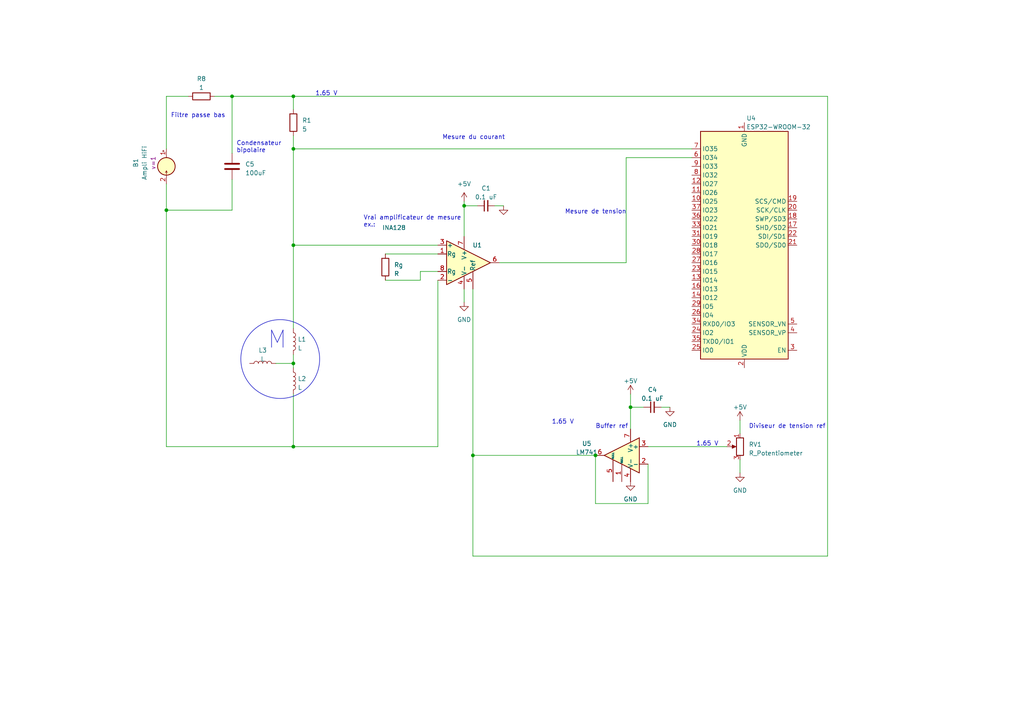
<source format=kicad_sch>
(kicad_sch (version 20230121) (generator eeschema)
  (paper "A4")
  (lib_symbols
    (symbol "Amplifier_Instrumentation:INA128" (pin_names (offset 0.127))
      (property "Reference" "U" (at 3.81 3.175 0))
      (property "Value" "INA128" (at 3.81 -3.175 0))
      (symbol "INA128_0_1"
        (polyline (pts (xy 7.62 0) (xy -5.08 6.35) (xy -5.08 -6.35) (xy 7.62 0)) (stroke (width 0.254)) (fill (type background)))
      )
      (symbol "INA128_1_1"
        (pin passive line (at -7.62 2.54 0) (length 2.54) (name "Rg") (number "1"))
        (pin input line (at -7.62 -5.08 0) (length 2.54) (name "-") (number "2"))
        (pin input line (at -7.62 5.08 0) (length 2.54) (name "+") (number "3"))
        (pin power_in line (at 0 -7.62 90) (length 3.81) (name "V-") (number "4"))
        (pin input line (at 2.54 -7.62 90) (length 5.08) (name "Ref") (number "5"))
        (pin output line (at 10.16 0 180) (length 2.54) (name "~") (number "6"))
        (pin power_in line (at 0 7.62 270) (length 3.81) (name "V+") (number "7"))
        (pin passive line (at -7.62 -2.54 0) (length 2.54) (name "Rg") (number "8"))
      )
    )
    (symbol "Amplifier_Operational:LM741" (pin_names (offset 0.127))
      (property "Reference" "U" (at 0 6.35 0))
      (property "Value" "LM741" (at 0 3.81 0))
      (symbol "LM741_0_1"
        (polyline (pts (xy -5.08 5.08) (xy 5.08 0) (xy -5.08 -5.08) (xy -5.08 5.08)) (stroke (width 0.254)) (fill (type background)))
      )
      (symbol "LM741_1_1"
        (pin input line (at 0 -7.62 90) (length 5.08) (name "NULL") (number "1"))
        (pin input line (at -7.62 -2.54 0) (length 2.54) (name "-") (number "2"))
        (pin input line (at -7.62 2.54 0) (length 2.54) (name "+") (number "3"))
        (pin power_in line (at -2.54 -7.62 90) (length 3.81) (name "V-") (number "4"))
        (pin input line (at 2.54 -7.62 90) (length 6.35) (name "NULL") (number "5"))
        (pin output line (at 7.62 0 180) (length 2.54) (name "~") (number "6"))
        (pin power_in line (at -2.54 7.62 270) (length 3.81) (name "V+") (number "7"))
        (pin no_connect line (at 0 2.54 270) (length 2.54) hide (name "NC") (number "8"))
      )
    )
    (symbol "Device:C" (pin_numbers hide) (pin_names (offset 0.254))
      (property "Reference" "C" (at 0.635 2.54 0))
      (property "Value" "C" (at 0.635 -2.54 0))
      (symbol "C_0_1"
        (polyline (pts (xy -2.032 -0.762) (xy 2.032 -0.762)) (stroke (width 0.508)))
        (polyline (pts (xy -2.032 0.762) (xy 2.032 0.762)) (stroke (width 0.508)))
      )
      (symbol "C_1_1"
        (pin passive line (at 0 3.81 270) (length 2.794) (name "~") (number "1"))
        (pin passive line (at 0 -3.81 90) (length 2.794) (name "~") (number "2"))
      )
    )
    (symbol "Device:C_Small" (pin_numbers hide) (pin_names (offset 0.254) hide)
      (property "Reference" "C" (at 0.254 1.778 0))
      (property "Value" "C_Small" (at 0.254 -2.032 0))
      (symbol "C_Small_0_1"
        (polyline (pts (xy -1.524 -0.508) (xy 1.524 -0.508)) (stroke (width 0.3302)))
        (polyline (pts (xy -1.524 0.508) (xy 1.524 0.508)) (stroke (width 0.3048)))
      )
      (symbol "C_Small_1_1"
        (pin passive line (at 0 2.54 270) (length 2.032) (name "~") (number "1"))
        (pin passive line (at 0 -2.54 90) (length 2.032) (name "~") (number "2"))
      )
    )
    (symbol "Device:L" (pin_numbers hide) (pin_names (offset 1.016) hide)
      (property "Reference" "L" (at -1.27 0 90))
      (property "Value" "L" (at 1.905 0 90))
      (symbol "L_0_1"
        (arc (start 0 -2.54) (mid 0.6323 -1.905) (end 0 -1.27))
        (arc (start 0 -1.27) (mid 0.6323 -0.635) (end 0 0))
        (arc (start 0 0) (mid 0.6323 0.635) (end 0 1.27))
        (arc (start 0 1.27) (mid 0.6323 1.905) (end 0 2.54))
      )
      (symbol "L_1_1"
        (pin passive line (at 0 3.81 270) (length 1.27) (name "1") (number "1"))
        (pin passive line (at 0 -3.81 90) (length 1.27) (name "2") (number "2"))
      )
    )
    (symbol "Device:R" (pin_numbers hide) (pin_names (offset 0))
      (property "Reference" "R" (at 2.032 0 90))
      (property "Value" "R" (at 0 0 90))
      (symbol "R_0_1"
        (rectangle (start -1.016 -2.54) (end 1.016 2.54) (stroke (width 0.254)))
      )
      (symbol "R_1_1"
        (pin passive line (at 0 3.81 270) (length 1.27) (name "~") (number "1"))
        (pin passive line (at 0 -3.81 90) (length 1.27) (name "~") (number "2"))
      )
    )
    (symbol "Device:R_Potentiometer" (pin_names (offset 1.016) hide)
      (property "Reference" "RV" (at -4.445 0 90))
      (property "Value" "R_Potentiometer" (at -2.54 0 90))
      (symbol "R_Potentiometer_0_1"
        (polyline (pts (xy 2.54 0) (xy 1.524 0)))
        (polyline (pts (xy 1.143 0) (xy 2.286 0.508) (xy 2.286 -0.508) (xy 1.143 0)) (fill (type outline)))
        (rectangle (start 1.016 2.54) (end -1.016 -2.54) (stroke (width 0.254)))
      )
      (symbol "R_Potentiometer_1_1"
        (pin passive line (at 0 3.81 270) (length 1.27) (name "1") (number "1"))
        (pin passive line (at 3.81 0 180) (length 1.27) (name "2") (number "2"))
        (pin passive line (at 0 -3.81 90) (length 1.27) (name "3") (number "3"))
      )
    )
    (symbol "RF_Module:ESP32-WROOM-32"
      (property "Reference" "U" (at -12.7 34.29 0))
      (property "Value" "ESP32-WROOM-32" (at 1.27 34.29 0))
      (symbol "ESP32-WROOM-32_0_1"
        (rectangle (start -12.7 33.02) (end 12.7 -33.02) (stroke (width 0.254)) (fill (type background)))
      )
      (symbol "ESP32-WROOM-32_1_1"
        (pin power_in line (at 0 -35.56 90) (length 2.54) (name "GND") (number "1"))
        (pin bidirectional line (at 15.24 -12.7 180) (length 2.54) (name "IO25") (number "10"))
        (pin bidirectional line (at 15.24 -15.24 180) (length 2.54) (name "IO26") (number "11"))
        (pin bidirectional line (at 15.24 -17.78 180) (length 2.54) (name "IO27") (number "12"))
        (pin bidirectional line (at 15.24 10.16 180) (length 2.54) (name "IO14") (number "13"))
        (pin bidirectional line (at 15.24 15.24 180) (length 2.54) (name "IO12") (number "14"))
        (pin passive line (at 0 -35.56 90) (length 2.54) hide (name "GND") (number "15"))
        (pin bidirectional line (at 15.24 12.7 180) (length 2.54) (name "IO13") (number "16"))
        (pin bidirectional line (at -15.24 -5.08 0) (length 2.54) (name "SHD/SD2") (number "17"))
        (pin bidirectional line (at -15.24 -7.62 0) (length 2.54) (name "SWP/SD3") (number "18"))
        (pin bidirectional line (at -15.24 -12.7 0) (length 2.54) (name "SCS/CMD") (number "19"))
        (pin power_in line (at 0 35.56 270) (length 2.54) (name "VDD") (number "2"))
        (pin bidirectional line (at -15.24 -10.16 0) (length 2.54) (name "SCK/CLK") (number "20"))
        (pin bidirectional line (at -15.24 0 0) (length 2.54) (name "SDO/SD0") (number "21"))
        (pin bidirectional line (at -15.24 -2.54 0) (length 2.54) (name "SDI/SD1") (number "22"))
        (pin bidirectional line (at 15.24 7.62 180) (length 2.54) (name "IO15") (number "23"))
        (pin bidirectional line (at 15.24 25.4 180) (length 2.54) (name "IO2") (number "24"))
        (pin bidirectional line (at 15.24 30.48 180) (length 2.54) (name "IO0") (number "25"))
        (pin bidirectional line (at 15.24 20.32 180) (length 2.54) (name "IO4") (number "26"))
        (pin bidirectional line (at 15.24 5.08 180) (length 2.54) (name "IO16") (number "27"))
        (pin bidirectional line (at 15.24 2.54 180) (length 2.54) (name "IO17") (number "28"))
        (pin bidirectional line (at 15.24 17.78 180) (length 2.54) (name "IO5") (number "29"))
        (pin input line (at -15.24 30.48 0) (length 2.54) (name "EN") (number "3"))
        (pin bidirectional line (at 15.24 0 180) (length 2.54) (name "IO18") (number "30"))
        (pin bidirectional line (at 15.24 -2.54 180) (length 2.54) (name "IO19") (number "31"))
        (pin no_connect line (at -12.7 -27.94 0) (length 2.54) hide (name "NC") (number "32"))
        (pin bidirectional line (at 15.24 -5.08 180) (length 2.54) (name "IO21") (number "33"))
        (pin bidirectional line (at 15.24 22.86 180) (length 2.54) (name "RXD0/IO3") (number "34"))
        (pin bidirectional line (at 15.24 27.94 180) (length 2.54) (name "TXD0/IO1") (number "35"))
        (pin bidirectional line (at 15.24 -7.62 180) (length 2.54) (name "IO22") (number "36"))
        (pin bidirectional line (at 15.24 -10.16 180) (length 2.54) (name "IO23") (number "37"))
        (pin passive line (at 0 -35.56 90) (length 2.54) hide (name "GND") (number "38"))
        (pin passive line (at 0 -35.56 90) (length 2.54) hide (name "GND") (number "39"))
        (pin input line (at -15.24 25.4 0) (length 2.54) (name "SENSOR_VP") (number "4"))
        (pin input line (at -15.24 22.86 0) (length 2.54) (name "SENSOR_VN") (number "5"))
        (pin input line (at 15.24 -25.4 180) (length 2.54) (name "IO34") (number "6"))
        (pin input line (at 15.24 -27.94 180) (length 2.54) (name "IO35") (number "7"))
        (pin bidirectional line (at 15.24 -20.32 180) (length 2.54) (name "IO32") (number "8"))
        (pin bidirectional line (at 15.24 -22.86 180) (length 2.54) (name "IO33") (number "9"))
      )
    )
    (symbol "Simulation_SPICE:BSOURCE" (pin_names (offset 1.016) hide)
      (property "Reference" "B" (at 2.54 2.54 0))
      (property "Value" "BSOURCE" (at 2.54 0 0))
      (property "Sim.Params" "v=1" (at 2.54 -2.54 0))
      (symbol "BSOURCE_0_1"
        (polyline (pts (xy 0 -1.27) (xy 0 -2.286)))
        (polyline (pts (xy 0.254 -1.778) (xy 0 -1.27) (xy -0.254 -1.778)))
        (circle (center 0 0) (radius 2.54) (stroke (width 0.254)) (fill (type background)))
      )
      (symbol "BSOURCE_1_1"
        (polyline (pts (xy 0.635 4.445) (xy 1.143 4.445)))
        (polyline (pts (xy 0.889 4.699) (xy 0.889 4.191)))
        (pin passive line (at 0 5.08 270) (length 2.54) (name "N+") (number "1"))
        (pin passive line (at 0 -5.08 90) (length 2.54) (name "N-") (number "2"))
      )
    )
    (symbol "power:+5V" (power) (pin_names (offset 0))
      (property "Value" "+5V" (at 0 3.556 0))
      (symbol "+5V_0_1"
        (polyline (pts (xy -0.762 1.27) (xy 0 2.54)))
        (polyline (pts (xy 0 0) (xy 0 2.54)))
        (polyline (pts (xy 0 2.54) (xy 0.762 1.27)))
      )
      (symbol "+5V_1_1"
        (pin power_in line (at 0 0 90) (length 0) hide (name "+5V") (number "1"))
      )
    )
    (symbol "power:GND" (power) (pin_names (offset 0))
      (property "Value" "GND" (at 0 -3.81 0))
      (symbol "GND_0_1"
        (polyline (pts (xy 0 0) (xy 0 -1.27) (xy 1.27 -1.27) (xy 0 -2.54) (xy -1.27 -1.27) (xy 0 -1.27)))
      )
      (symbol "GND_1_1"
        (pin power_in line (at 0 0 270) (length 0) hide (name "GND") (number "1"))
      )
    )
  )
  (junction (at 85.09 105.41))
  (junction (at 182.88 118.11))
  (junction (at 85.09 27.94))
  (junction (at 48.26 60.96))
  (junction (at 85.09 71.12))
  (junction (at 85.09 43.18))
  (junction (at 172.72 132.08))
  (junction (at 67.31 27.94))
  (junction (at 85.09 129.54))
  (junction (at 137.16 132.08))
  (junction (at 134.62 59.69))
  (wire (pts (xy 127 78.74) (xy 121.92 78.74)))
  (wire (pts (xy 187.96 146.05) (xy 172.72 146.05)))
  (wire (pts (xy 67.31 60.96) (xy 67.31 52.07)))
  (wire (pts (xy 48.26 60.96) (xy 48.26 129.54)))
  (wire (pts (xy 48.26 53.34) (xy 48.26 60.96)))
  (wire (pts (xy 214.63 133.35) (xy 214.63 137.16)))
  (wire (pts (xy 191.77 118.11) (xy 194.31 118.11)))
  (wire (pts (xy 85.09 71.12) (xy 85.09 95.25)))
  (wire (pts (xy 134.62 59.69) (xy 138.43 59.69)))
  (wire (pts (xy 85.09 114.3) (xy 85.09 129.54)))
  (wire (pts (xy 200.66 45.72) (xy 181.61 45.72)))
  (wire (pts (xy 144.78 76.2) (xy 181.61 76.2)))
  (wire (pts (xy 48.26 129.54) (xy 85.09 129.54)))
  (wire (pts (xy 187.96 134.62) (xy 187.96 146.05)))
  (wire (pts (xy 62.23 27.94) (xy 67.31 27.94)))
  (wire (pts (xy 80.01 105.41) (xy 85.09 105.41)))
  (wire (pts (xy 121.92 81.28) (xy 121.92 78.74)))
  (wire (pts (xy 85.09 43.18) (xy 85.09 71.12)))
  (wire (pts (xy 137.16 132.08) (xy 137.16 83.82)))
  (wire (pts (xy 48.26 27.94) (xy 54.61 27.94)))
  (wire (pts (xy 134.62 83.82) (xy 134.62 87.63)))
  (wire (pts (xy 137.16 161.29) (xy 240.03 161.29)))
  (wire (pts (xy 111.76 73.66) (xy 127 73.66)))
  (wire (pts (xy 85.09 71.12) (xy 127 71.12)))
  (wire (pts (xy 240.03 161.29) (xy 240.03 27.94)))
  (wire (pts (xy 48.26 60.96) (xy 67.31 60.96)))
  (wire (pts (xy 187.96 129.54) (xy 210.82 129.54)))
  (wire (pts (xy 182.88 118.11) (xy 186.69 118.11)))
  (wire (pts (xy 143.51 59.69) (xy 146.05 59.69)))
  (wire (pts (xy 85.09 27.94) (xy 240.03 27.94)))
  (wire (pts (xy 137.16 132.08) (xy 172.72 132.08)))
  (wire (pts (xy 85.09 106.68) (xy 85.09 105.41)))
  (wire (pts (xy 134.62 59.69) (xy 134.62 68.58)))
  (wire (pts (xy 85.09 27.94) (xy 85.09 31.75)))
  (wire (pts (xy 134.62 58.42) (xy 134.62 59.69)))
  (wire (pts (xy 137.16 132.08) (xy 137.16 161.29)))
  (wire (pts (xy 181.61 45.72) (xy 181.61 76.2)))
  (wire (pts (xy 85.09 102.87) (xy 85.09 105.41)))
  (wire (pts (xy 172.72 146.05) (xy 172.72 132.08)))
  (wire (pts (xy 127 129.54) (xy 85.09 129.54)))
  (wire (pts (xy 182.88 114.3) (xy 182.88 118.11)))
  (wire (pts (xy 67.31 27.94) (xy 85.09 27.94)))
  (wire (pts (xy 182.88 118.11) (xy 182.88 124.46)))
  (wire (pts (xy 121.92 81.28) (xy 111.76 81.28)))
  (wire (pts (xy 85.09 39.37) (xy 85.09 43.18)))
  (wire (pts (xy 214.63 121.92) (xy 214.63 125.73)))
  (wire (pts (xy 127 81.28) (xy 127 129.54)))
  (wire (pts (xy 67.31 27.94) (xy 67.31 44.45)))
  (wire (pts (xy 48.26 27.94) (xy 48.26 43.18)))
  (wire (pts (xy 85.09 43.18) (xy 200.66 43.18)))
  (circle (center 81.28 104.14) (radius 11.43))
  (text "Mesure du courant" (at 128.27 40.64 0) (effects (font (size 1.27 1.27)) (justify left bottom)))
  (text "Condensateur \nbipolaire\n" (at 68.58 44.45 0) (effects (font (size 1.27 1.27)) (justify left bottom)))
  (text "1.65 V" (at 160.02 123.19 0) (effects (font (size 1.27 1.27)) (justify left bottom)))
  (text "1.65 V" (at 91.44 27.94 0) (effects (font (size 1.27 1.27)) (justify left bottom)))
  (text "Filtre passe bas" (at 49.53 34.29 0) (effects (font (size 1.27 1.27)) (justify left bottom)))
  (text "1.65 V" (at 201.93 129.54 0) (effects (font (size 1.27 1.27)) (justify left bottom)))
  (text "M" (at 77.47 101.6 0) (effects (font (size 5 5)) (justify left bottom)))
  (text "Vrai amplificateur de mesure \nex.:" (at 105.41 66.04 0) (effects (font (size 1.27 1.27)) (justify left bottom)))
  (text "Diviseur de tension ref" (at 217.17 124.46 0) (effects (font (size 1.27 1.27)) (justify left bottom)))
  (text "Buffer ref" (at 172.72 124.46 0) (effects (font (size 1.27 1.27)) (justify left bottom)))
  (text "Mesure de tension" (at 163.83 62.23 0) (effects (font (size 1.27 1.27)) (justify left bottom)))
  (symbol (lib_id "power:GND") (at 146.05 59.69 0) (unit 1)
    (property "Reference" "#PWR05" (effects hide))
    (property "Value" "GND" (effects hide))
  )
  (symbol (lib_id "power:GND") (at 182.88 139.7 0) (unit 1)
    (property "Reference" "#PWR015" (effects hide))
    (property "Value" "GND" (at 182.88 144.78 0))
  )
  (symbol (lib_id "power:+5V") (at 182.88 114.3 0) (unit 1)
    (property "Reference" "#PWR016" (effects hide))
    (property "Value" "+5V" (at 182.88 110.49 0))
  )
  (symbol (lib_id "Amplifier_Instrumentation:INA128") (at 134.62 76.2 0) (unit 1)
    (property "Reference" "U1" (at 138.43 71.12 0))
    (property "Value" "INA128" (at 114.3 66.04 0))
    (property "Datasheet" "http://www.ti.com/lit/ds/symlink/ina128.pdf" (effects hide))
  )
  (symbol (lib_id "power:+5V") (at 214.63 121.92 0) (unit 1)
    (property "Reference" "#PWR01" (effects hide))
    (property "Value" "+5V" (at 214.63 118.11 0))
  )
  (symbol (lib_id "power:+5V") (at 134.62 58.42 0) (unit 1)
    (property "Reference" "#PWR04" (effects hide))
    (property "Value" "+5V" (at 134.62 53.34 0))
  )
  (symbol (lib_id "Device:R_Potentiometer") (at 214.63 129.54 0) (mirror y) (unit 1)
    (property "Reference" "RV1" (at 217.17 128.905 0) (effects (justify right)))
    (property "Value" "R_Potentiometer" (at 217.17 131.445 0) (effects (justify right)))
  )
  (symbol (lib_id "Device:C_Small") (at 140.97 59.69 90) (unit 1)
    (property "Reference" "C1" (at 140.97 54.61 90))
    (property "Value" "0.1 uF" (at 140.9763 57.15 90))
  )
  (symbol (lib_id "power:GND") (at 214.63 137.16 0) (unit 1)
    (property "Reference" "#PWR014" (effects hide))
    (property "Value" "GND" (at 214.63 142.24 0))
  )
  (symbol (lib_id "power:GND") (at 134.62 87.63 0) (unit 1)
    (property "Reference" "#PWR02" (effects hide))
    (property "Value" "GND" (at 134.62 92.71 0))
  )
  (symbol (lib_id "RF_Module:ESP32-WROOM-32") (at 215.9 71.12 180) (unit 1)
    (property "Reference" "U4" (at 216.4841 34.29 0) (effects (justify right)))
    (property "Value" "ESP32-WROOM-32" (at 216.4841 36.83 0) (effects (justify right)))
    (property "Footprint" "RF_Module:ESP32-WROOM-32" (effects hide))
    (property "Datasheet" "https://www.espressif.com/sites/default/files/documentation/esp32-wroom-32_datasheet_en.pdf" (effects hide))
  )
  (symbol (lib_id "Simulation_SPICE:BSOURCE") (at 48.26 48.26 0) (mirror y) (unit 1)
    (property "Reference" "B1" (at 39.37 47.244 90))
    (property "Value" "Ampli HiFi" (at 41.91 47.244 90))
    (property "Datasheet" "https://ngspice.sourceforge.io/docs.html" (effects hide))
    (property "Sim.Device" "V" (effects hide))
    (property "Sim.Type" "=" (effects hide))
    (property "Sim.Pins" "1=+ 2=-" (effects hide))
    (property "Sim.Params" "v=1" (at 44.45 47.244 90))
  )
  (symbol (lib_id "Device:R") (at 58.42 27.94 90) (unit 1)
    (property "Reference" "R8" (at 58.42 22.86 90))
    (property "Value" "1" (at 58.42 25.4 90))
  )
  (symbol (lib_id "Device:C") (at 67.31 48.26 0) (unit 1)
    (property "Reference" "C5" (at 71.12 47.625 0) (effects (justify left)))
    (property "Value" "100uF" (at 71.12 50.165 0) (effects (justify left)))
  )
  (symbol (lib_id "Device:L") (at 76.2 105.41 90) (unit 1)
    (property "Reference" "L3" (at 76.2 101.6 90))
    (property "Value" "L" (at 76.2 104.14 90))
  )
  (symbol (lib_id "Device:L") (at 85.09 99.06 0) (unit 1)
    (property "Reference" "L1" (at 86.36 98.425 0) (effects (justify left)))
    (property "Value" "L" (at 86.36 100.965 0) (effects (justify left)))
  )
  (symbol (lib_id "Device:R") (at 111.76 77.47 180) (unit 1)
    (property "Reference" "Rg" (at 114.3 76.835 0) (effects (justify right)))
    (property "Value" "R" (at 114.3 79.375 0) (effects (justify right)))
  )
  (symbol (lib_id "Amplifier_Operational:LM741") (at 180.34 132.08 0) (mirror y) (unit 1)
    (property "Reference" "U5" (at 170.18 128.6511 0))
    (property "Value" "LM741" (at 170.18 131.1911 0))
    (property "Datasheet" "http://www.ti.com/lit/ds/symlink/lm741.pdf" (effects hide))
  )
  (symbol (lib_id "Device:C_Small") (at 189.23 118.11 90) (unit 1)
    (property "Reference" "C4" (at 189.2363 113.03 90))
    (property "Value" "0.1 uF" (at 189.2363 115.57 90))
  )
  (symbol (lib_id "Device:L") (at 85.09 110.49 0) (unit 1)
    (property "Reference" "L2" (at 86.36 109.855 0) (effects (justify left)))
    (property "Value" "L" (at 86.36 112.395 0) (effects (justify left)))
  )
  (symbol (lib_id "power:GND") (at 194.31 118.11 0) (unit 1)
    (property "Reference" "#PWR017" (effects hide))
    (property "Value" "GND" (at 194.31 123.19 0))
  )
  (symbol (lib_id "Device:R") (at 85.09 35.56 0) (unit 1)
    (property "Reference" "R1" (at 87.63 34.925 0) (effects (justify left)))
    (property "Value" "5" (at 87.63 37.465 0) (effects (justify left)))
  )
)
</source>
